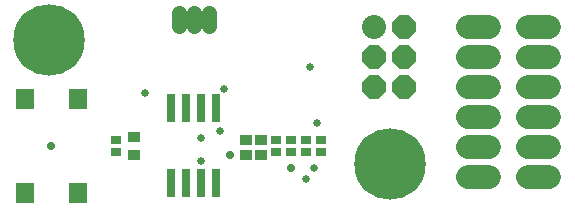
<source format=gbr>
G04 EAGLE Gerber RS-274X export*
G75*
%MOMM*%
%FSLAX34Y34*%
%LPD*%
%INSoldermask Top*%
%IPPOS*%
%AMOC8*
5,1,8,0,0,1.08239X$1,22.5*%
G01*
%ADD10C,1.311200*%
%ADD11C,2.032000*%
%ADD12C,6.045200*%
%ADD13C,2.032000*%
%ADD14P,2.199416X8X292.500000*%
%ADD15R,0.703200X2.403200*%
%ADD16R,0.903200X0.803200*%
%ADD17R,1.103200X0.903200*%
%ADD18R,1.503200X1.753200*%
%ADD19R,1.115000X0.815000*%
%ADD20C,0.655600*%
%ADD21C,0.705600*%


D10*
X177800Y164560D02*
X177800Y175640D01*
X165100Y175640D02*
X165100Y164560D01*
X152400Y164560D02*
X152400Y175640D01*
D11*
X397256Y163750D02*
X415544Y163750D01*
X415544Y138350D02*
X397256Y138350D01*
X397256Y112950D02*
X415544Y112950D01*
X415544Y87550D02*
X397256Y87550D01*
X397256Y62150D02*
X415544Y62150D01*
X415544Y36750D02*
X397256Y36750D01*
X448056Y163750D02*
X466344Y163750D01*
X466344Y138350D02*
X448056Y138350D01*
X448056Y112950D02*
X466344Y112950D01*
X466344Y87550D02*
X448056Y87550D01*
X448056Y62150D02*
X466344Y62150D01*
X466344Y36750D02*
X448056Y36750D01*
D12*
X331000Y48000D03*
X43000Y153000D03*
D13*
X317500Y163750D03*
D14*
X317500Y138350D03*
X317500Y112950D03*
X342900Y163750D03*
X342900Y138350D03*
X342900Y112950D03*
D15*
X184150Y95040D03*
X171550Y95040D03*
X158850Y95040D03*
X146150Y95040D03*
X184150Y31960D03*
X171450Y31960D03*
X158750Y31960D03*
X146050Y31960D03*
D16*
X234950Y58500D03*
X234950Y68500D03*
X99060Y58500D03*
X99060Y68500D03*
X260350Y58500D03*
X260350Y68500D03*
X247650Y58500D03*
X247650Y68500D03*
X273050Y68500D03*
X273050Y58500D03*
D17*
X222250Y68730D03*
X222250Y55730D03*
X209550Y68730D03*
X209550Y55730D03*
D18*
X66950Y23750D03*
X66950Y103250D03*
X21950Y23750D03*
X21950Y103250D03*
D19*
X114300Y56000D03*
X114300Y71000D03*
D20*
X266700Y44450D03*
D21*
X44450Y63500D03*
X247650Y44450D03*
X195580Y55880D03*
D20*
X187325Y76200D03*
X171450Y50800D03*
X260350Y34925D03*
X269875Y82550D03*
X123825Y107950D03*
X190500Y111125D03*
X171450Y69850D03*
X263525Y130175D03*
M02*

</source>
